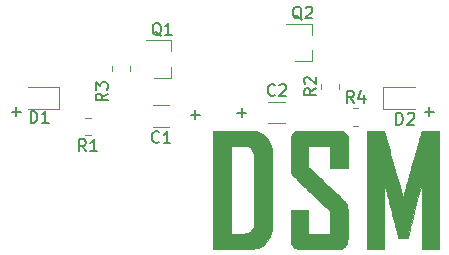
<source format=gbr>
%TF.GenerationSoftware,KiCad,Pcbnew,(5.99.0-9526-g5c17ff0595)*%
%TF.CreationDate,2021-09-22T22:50:55-05:00*%
%TF.ProjectId,SecDSM_Learn,53656344-534d-45f4-9c65-61726e2e6b69,rev?*%
%TF.SameCoordinates,Original*%
%TF.FileFunction,Legend,Top*%
%TF.FilePolarity,Positive*%
%FSLAX46Y46*%
G04 Gerber Fmt 4.6, Leading zero omitted, Abs format (unit mm)*
G04 Created by KiCad (PCBNEW (5.99.0-9526-g5c17ff0595)) date 2021-09-22 22:50:55*
%MOMM*%
%LPD*%
G01*
G04 APERTURE LIST*
%ADD10C,0.150000*%
%ADD11C,0.120000*%
%ADD12C,0.010000*%
G04 APERTURE END LIST*
D10*
X142044047Y-87246428D02*
X142805952Y-87246428D01*
X142425000Y-87627380D02*
X142425000Y-86865476D01*
X138119047Y-87421428D02*
X138880952Y-87421428D01*
X138500000Y-87802380D02*
X138500000Y-87040476D01*
X122944047Y-87146428D02*
X123705952Y-87146428D01*
X123325000Y-87527380D02*
X123325000Y-86765476D01*
X157919047Y-87171428D02*
X158680952Y-87171428D01*
X158300000Y-87552380D02*
X158300000Y-86790476D01*
%TO.C,R4*%
X151920833Y-86402380D02*
X151587500Y-85926190D01*
X151349404Y-86402380D02*
X151349404Y-85402380D01*
X151730357Y-85402380D01*
X151825595Y-85450000D01*
X151873214Y-85497619D01*
X151920833Y-85592857D01*
X151920833Y-85735714D01*
X151873214Y-85830952D01*
X151825595Y-85878571D01*
X151730357Y-85926190D01*
X151349404Y-85926190D01*
X152777976Y-85735714D02*
X152777976Y-86402380D01*
X152539880Y-85354761D02*
X152301785Y-86069047D01*
X152920833Y-86069047D01*
%TO.C,R3*%
X131077380Y-85616666D02*
X130601190Y-85950000D01*
X131077380Y-86188095D02*
X130077380Y-86188095D01*
X130077380Y-85807142D01*
X130125000Y-85711904D01*
X130172619Y-85664285D01*
X130267857Y-85616666D01*
X130410714Y-85616666D01*
X130505952Y-85664285D01*
X130553571Y-85711904D01*
X130601190Y-85807142D01*
X130601190Y-86188095D01*
X130077380Y-85283333D02*
X130077380Y-84664285D01*
X130458333Y-84997619D01*
X130458333Y-84854761D01*
X130505952Y-84759523D01*
X130553571Y-84711904D01*
X130648809Y-84664285D01*
X130886904Y-84664285D01*
X130982142Y-84711904D01*
X131029761Y-84759523D01*
X131077380Y-84854761D01*
X131077380Y-85140476D01*
X131029761Y-85235714D01*
X130982142Y-85283333D01*
%TO.C,R2*%
X148702380Y-85179166D02*
X148226190Y-85512500D01*
X148702380Y-85750595D02*
X147702380Y-85750595D01*
X147702380Y-85369642D01*
X147750000Y-85274404D01*
X147797619Y-85226785D01*
X147892857Y-85179166D01*
X148035714Y-85179166D01*
X148130952Y-85226785D01*
X148178571Y-85274404D01*
X148226190Y-85369642D01*
X148226190Y-85750595D01*
X147797619Y-84798214D02*
X147750000Y-84750595D01*
X147702380Y-84655357D01*
X147702380Y-84417261D01*
X147750000Y-84322023D01*
X147797619Y-84274404D01*
X147892857Y-84226785D01*
X147988095Y-84226785D01*
X148130952Y-84274404D01*
X148702380Y-84845833D01*
X148702380Y-84226785D01*
%TO.C,R1*%
X129233333Y-90502380D02*
X128900000Y-90026190D01*
X128661904Y-90502380D02*
X128661904Y-89502380D01*
X129042857Y-89502380D01*
X129138095Y-89550000D01*
X129185714Y-89597619D01*
X129233333Y-89692857D01*
X129233333Y-89835714D01*
X129185714Y-89930952D01*
X129138095Y-89978571D01*
X129042857Y-90026190D01*
X128661904Y-90026190D01*
X130185714Y-90502380D02*
X129614285Y-90502380D01*
X129900000Y-90502380D02*
X129900000Y-89502380D01*
X129804761Y-89645238D01*
X129709523Y-89740476D01*
X129614285Y-89788095D01*
%TO.C,Q2*%
X147504761Y-79347619D02*
X147409523Y-79300000D01*
X147314285Y-79204761D01*
X147171428Y-79061904D01*
X147076190Y-79014285D01*
X146980952Y-79014285D01*
X147028571Y-79252380D02*
X146933333Y-79204761D01*
X146838095Y-79109523D01*
X146790476Y-78919047D01*
X146790476Y-78585714D01*
X146838095Y-78395238D01*
X146933333Y-78300000D01*
X147028571Y-78252380D01*
X147219047Y-78252380D01*
X147314285Y-78300000D01*
X147409523Y-78395238D01*
X147457142Y-78585714D01*
X147457142Y-78919047D01*
X147409523Y-79109523D01*
X147314285Y-79204761D01*
X147219047Y-79252380D01*
X147028571Y-79252380D01*
X147838095Y-78347619D02*
X147885714Y-78300000D01*
X147980952Y-78252380D01*
X148219047Y-78252380D01*
X148314285Y-78300000D01*
X148361904Y-78347619D01*
X148409523Y-78442857D01*
X148409523Y-78538095D01*
X148361904Y-78680952D01*
X147790476Y-79252380D01*
X148409523Y-79252380D01*
%TO.C,Q1*%
X135604761Y-80747619D02*
X135509523Y-80700000D01*
X135414285Y-80604761D01*
X135271428Y-80461904D01*
X135176190Y-80414285D01*
X135080952Y-80414285D01*
X135128571Y-80652380D02*
X135033333Y-80604761D01*
X134938095Y-80509523D01*
X134890476Y-80319047D01*
X134890476Y-79985714D01*
X134938095Y-79795238D01*
X135033333Y-79700000D01*
X135128571Y-79652380D01*
X135319047Y-79652380D01*
X135414285Y-79700000D01*
X135509523Y-79795238D01*
X135557142Y-79985714D01*
X135557142Y-80319047D01*
X135509523Y-80509523D01*
X135414285Y-80604761D01*
X135319047Y-80652380D01*
X135128571Y-80652380D01*
X136509523Y-80652380D02*
X135938095Y-80652380D01*
X136223809Y-80652380D02*
X136223809Y-79652380D01*
X136128571Y-79795238D01*
X136033333Y-79890476D01*
X135938095Y-79938095D01*
%TO.C,D2*%
X155511904Y-88252380D02*
X155511904Y-87252380D01*
X155750000Y-87252380D01*
X155892857Y-87300000D01*
X155988095Y-87395238D01*
X156035714Y-87490476D01*
X156083333Y-87680952D01*
X156083333Y-87823809D01*
X156035714Y-88014285D01*
X155988095Y-88109523D01*
X155892857Y-88204761D01*
X155750000Y-88252380D01*
X155511904Y-88252380D01*
X156464285Y-87347619D02*
X156511904Y-87300000D01*
X156607142Y-87252380D01*
X156845238Y-87252380D01*
X156940476Y-87300000D01*
X156988095Y-87347619D01*
X157035714Y-87442857D01*
X157035714Y-87538095D01*
X156988095Y-87680952D01*
X156416666Y-88252380D01*
X157035714Y-88252380D01*
%TO.C,D1*%
X124561904Y-88102380D02*
X124561904Y-87102380D01*
X124800000Y-87102380D01*
X124942857Y-87150000D01*
X125038095Y-87245238D01*
X125085714Y-87340476D01*
X125133333Y-87530952D01*
X125133333Y-87673809D01*
X125085714Y-87864285D01*
X125038095Y-87959523D01*
X124942857Y-88054761D01*
X124800000Y-88102380D01*
X124561904Y-88102380D01*
X126085714Y-88102380D02*
X125514285Y-88102380D01*
X125800000Y-88102380D02*
X125800000Y-87102380D01*
X125704761Y-87245238D01*
X125609523Y-87340476D01*
X125514285Y-87388095D01*
%TO.C,C2*%
X145233333Y-85707142D02*
X145185714Y-85754761D01*
X145042857Y-85802380D01*
X144947619Y-85802380D01*
X144804761Y-85754761D01*
X144709523Y-85659523D01*
X144661904Y-85564285D01*
X144614285Y-85373809D01*
X144614285Y-85230952D01*
X144661904Y-85040476D01*
X144709523Y-84945238D01*
X144804761Y-84850000D01*
X144947619Y-84802380D01*
X145042857Y-84802380D01*
X145185714Y-84850000D01*
X145233333Y-84897619D01*
X145614285Y-84897619D02*
X145661904Y-84850000D01*
X145757142Y-84802380D01*
X145995238Y-84802380D01*
X146090476Y-84850000D01*
X146138095Y-84897619D01*
X146185714Y-84992857D01*
X146185714Y-85088095D01*
X146138095Y-85230952D01*
X145566666Y-85802380D01*
X146185714Y-85802380D01*
%TO.C,C1*%
X135433333Y-89707142D02*
X135385714Y-89754761D01*
X135242857Y-89802380D01*
X135147619Y-89802380D01*
X135004761Y-89754761D01*
X134909523Y-89659523D01*
X134861904Y-89564285D01*
X134814285Y-89373809D01*
X134814285Y-89230952D01*
X134861904Y-89040476D01*
X134909523Y-88945238D01*
X135004761Y-88850000D01*
X135147619Y-88802380D01*
X135242857Y-88802380D01*
X135385714Y-88850000D01*
X135433333Y-88897619D01*
X136385714Y-89802380D02*
X135814285Y-89802380D01*
X136100000Y-89802380D02*
X136100000Y-88802380D01*
X136004761Y-88945238D01*
X135909523Y-89040476D01*
X135814285Y-89088095D01*
D11*
%TO.C,R4*%
X151860436Y-88335000D02*
X152314564Y-88335000D01*
X151860436Y-86865000D02*
X152314564Y-86865000D01*
%TO.C,R3*%
X132935000Y-83739564D02*
X132935000Y-83285436D01*
X131465000Y-83739564D02*
X131465000Y-83285436D01*
%TO.C,R2*%
X150635000Y-85239564D02*
X150635000Y-84785436D01*
X149165000Y-85239564D02*
X149165000Y-84785436D01*
%TO.C,R1*%
X129627064Y-87665000D02*
X129172936Y-87665000D01*
X129627064Y-89135000D02*
X129172936Y-89135000D01*
%TO.C,Q2*%
X148360000Y-82880000D02*
X146900000Y-82880000D01*
X148360000Y-79720000D02*
X146200000Y-79720000D01*
X148360000Y-79720000D02*
X148360000Y-80650000D01*
X148360000Y-82880000D02*
X148360000Y-81950000D01*
%TO.C,Q1*%
X136460000Y-84280000D02*
X135000000Y-84280000D01*
X136460000Y-81120000D02*
X134300000Y-81120000D01*
X136460000Y-81120000D02*
X136460000Y-82050000D01*
X136460000Y-84280000D02*
X136460000Y-83350000D01*
%TO.C,D2*%
X154415000Y-86960000D02*
X157100000Y-86960000D01*
X154415000Y-85040000D02*
X154415000Y-86960000D01*
X157100000Y-85040000D02*
X154415000Y-85040000D01*
%TO.C,D1*%
X126985000Y-85040000D02*
X124300000Y-85040000D01*
X126985000Y-86960000D02*
X126985000Y-85040000D01*
X124300000Y-86960000D02*
X126985000Y-86960000D01*
%TO.C,C2*%
X144688748Y-88110000D02*
X146111252Y-88110000D01*
X144688748Y-86290000D02*
X146111252Y-86290000D01*
%TO.C,C1*%
X136311252Y-86590000D02*
X134888748Y-86590000D01*
X136311252Y-88410000D02*
X134888748Y-88410000D01*
D12*
%TO.C,G\u002A\u002A\u002A*%
X141727291Y-88758031D02*
X143489416Y-88764369D01*
X143489416Y-88764369D02*
X143679916Y-88822823D01*
X143679916Y-88822823D02*
X143953259Y-88925860D01*
X143953259Y-88925860D02*
X144195814Y-89057556D01*
X144195814Y-89057556D02*
X144407125Y-89217445D01*
X144407125Y-89217445D02*
X144586735Y-89405060D01*
X144586735Y-89405060D02*
X144734185Y-89619935D01*
X144734185Y-89619935D02*
X144849018Y-89861603D01*
X144849018Y-89861603D02*
X144921088Y-90089509D01*
X144921088Y-90089509D02*
X144971083Y-90287883D01*
X144971083Y-90287883D02*
X144971083Y-93748633D01*
X144971083Y-93748633D02*
X144971060Y-94199151D01*
X144971060Y-94199151D02*
X144970976Y-94609327D01*
X144970976Y-94609327D02*
X144970813Y-94981154D01*
X144970813Y-94981154D02*
X144970549Y-95316623D01*
X144970549Y-95316623D02*
X144970166Y-95617726D01*
X144970166Y-95617726D02*
X144969642Y-95886456D01*
X144969642Y-95886456D02*
X144968958Y-96124804D01*
X144968958Y-96124804D02*
X144968093Y-96334762D01*
X144968093Y-96334762D02*
X144967028Y-96518322D01*
X144967028Y-96518322D02*
X144965742Y-96677476D01*
X144965742Y-96677476D02*
X144964216Y-96814215D01*
X144964216Y-96814215D02*
X144962430Y-96930533D01*
X144962430Y-96930533D02*
X144960362Y-97028420D01*
X144960362Y-97028420D02*
X144957994Y-97109868D01*
X144957994Y-97109868D02*
X144955305Y-97176870D01*
X144955305Y-97176870D02*
X144952276Y-97231417D01*
X144952276Y-97231417D02*
X144948885Y-97275502D01*
X144948885Y-97275502D02*
X144945113Y-97311115D01*
X144945113Y-97311115D02*
X144940941Y-97340250D01*
X144940941Y-97340250D02*
X144936347Y-97364898D01*
X144936347Y-97364898D02*
X144934579Y-97373088D01*
X144934579Y-97373088D02*
X144855761Y-97642626D01*
X144855761Y-97642626D02*
X144745618Y-97884008D01*
X144745618Y-97884008D02*
X144603710Y-98098031D01*
X144603710Y-98098031D02*
X144433013Y-98282351D01*
X144433013Y-98282351D02*
X144291306Y-98401941D01*
X144291306Y-98401941D02*
X144146350Y-98499840D01*
X144146350Y-98499840D02*
X143988268Y-98581160D01*
X143988268Y-98581160D02*
X143807185Y-98651016D01*
X143807185Y-98651016D02*
X143603715Y-98711722D01*
X143603715Y-98711722D02*
X143404750Y-98765026D01*
X143404750Y-98765026D02*
X141684958Y-98765079D01*
X141684958Y-98765079D02*
X139965166Y-98765133D01*
X139965166Y-98765133D02*
X139965166Y-97473966D01*
X139965166Y-97473966D02*
X141489166Y-97473966D01*
X141489166Y-97473966D02*
X142123074Y-97473966D01*
X142123074Y-97473966D02*
X142304245Y-97473857D01*
X142304245Y-97473857D02*
X142448789Y-97473277D01*
X142448789Y-97473277D02*
X142562412Y-97471847D01*
X142562412Y-97471847D02*
X142650820Y-97469190D01*
X142650820Y-97469190D02*
X142719720Y-97464927D01*
X142719720Y-97464927D02*
X142774818Y-97458679D01*
X142774818Y-97458679D02*
X142821819Y-97450067D01*
X142821819Y-97450067D02*
X142866431Y-97438714D01*
X142866431Y-97438714D02*
X142914358Y-97424241D01*
X142914358Y-97424241D02*
X142925457Y-97420745D01*
X142925457Y-97420745D02*
X143090390Y-97350327D01*
X143090390Y-97350327D02*
X143224356Y-97252021D01*
X143224356Y-97252021D02*
X143330244Y-97123348D01*
X143330244Y-97123348D02*
X143382010Y-97029466D01*
X143382010Y-97029466D02*
X143447083Y-96891883D01*
X143447083Y-96891883D02*
X143458223Y-90691933D01*
X143458223Y-90691933D02*
X143413521Y-90557605D01*
X143413521Y-90557605D02*
X143340052Y-90395310D01*
X143340052Y-90395310D02*
X143237461Y-90263651D01*
X143237461Y-90263651D02*
X143104850Y-90161710D01*
X143104850Y-90161710D02*
X142960250Y-90095024D01*
X142960250Y-90095024D02*
X142925041Y-90084379D01*
X142925041Y-90084379D02*
X142882714Y-90075728D01*
X142882714Y-90075728D02*
X142828342Y-90068786D01*
X142828342Y-90068786D02*
X142757001Y-90063266D01*
X142757001Y-90063266D02*
X142663765Y-90058885D01*
X142663765Y-90058885D02*
X142543709Y-90055355D01*
X142543709Y-90055355D02*
X142391907Y-90052392D01*
X142391907Y-90052392D02*
X142203433Y-90049710D01*
X142203433Y-90049710D02*
X142171791Y-90049315D01*
X142171791Y-90049315D02*
X141489166Y-90040920D01*
X141489166Y-90040920D02*
X141489166Y-97473966D01*
X141489166Y-97473966D02*
X139965166Y-97473966D01*
X139965166Y-97473966D02*
X139965166Y-88751694D01*
X139965166Y-88751694D02*
X141727291Y-88758031D01*
X141727291Y-88758031D02*
X141727291Y-88758031D01*
G36*
X141727291Y-88758031D02*
G01*
X143489416Y-88764369D01*
X143679916Y-88822823D01*
X143953259Y-88925860D01*
X144195814Y-89057556D01*
X144407125Y-89217445D01*
X144586735Y-89405060D01*
X144734185Y-89619935D01*
X144849018Y-89861603D01*
X144921088Y-90089509D01*
X144971083Y-90287883D01*
X144971083Y-93748633D01*
X144971060Y-94199151D01*
X144970976Y-94609327D01*
X144970813Y-94981154D01*
X144970549Y-95316623D01*
X144970166Y-95617726D01*
X144969642Y-95886456D01*
X144968958Y-96124804D01*
X144968093Y-96334762D01*
X144967028Y-96518322D01*
X144965742Y-96677476D01*
X144964216Y-96814215D01*
X144962430Y-96930533D01*
X144960362Y-97028420D01*
X144957994Y-97109868D01*
X144955305Y-97176870D01*
X144952276Y-97231417D01*
X144948885Y-97275502D01*
X144945113Y-97311115D01*
X144940941Y-97340250D01*
X144936347Y-97364898D01*
X144934579Y-97373088D01*
X144855761Y-97642626D01*
X144745618Y-97884008D01*
X144603710Y-98098031D01*
X144433013Y-98282351D01*
X144291306Y-98401941D01*
X144146350Y-98499840D01*
X143988268Y-98581160D01*
X143807185Y-98651016D01*
X143603715Y-98711722D01*
X143404750Y-98765026D01*
X141684958Y-98765079D01*
X139965166Y-98765133D01*
X139965166Y-90040920D01*
X141489166Y-90040920D01*
X141489166Y-97473966D01*
X142123074Y-97473966D01*
X142304245Y-97473857D01*
X142448789Y-97473277D01*
X142562412Y-97471847D01*
X142650820Y-97469190D01*
X142719720Y-97464927D01*
X142774818Y-97458679D01*
X142821819Y-97450067D01*
X142866431Y-97438714D01*
X142914358Y-97424241D01*
X142925457Y-97420745D01*
X143090390Y-97350327D01*
X143224356Y-97252021D01*
X143330244Y-97123348D01*
X143382010Y-97029466D01*
X143447083Y-96891883D01*
X143458223Y-90691933D01*
X143413521Y-90557605D01*
X143340052Y-90395310D01*
X143237461Y-90263651D01*
X143104850Y-90161710D01*
X142960250Y-90095024D01*
X142925041Y-90084379D01*
X142882714Y-90075728D01*
X142828342Y-90068786D01*
X142757001Y-90063266D01*
X142663765Y-90058885D01*
X142543709Y-90055355D01*
X142391907Y-90052392D01*
X142203433Y-90049710D01*
X142171791Y-90049315D01*
X141489166Y-90040920D01*
X139965166Y-90040920D01*
X139965166Y-88751694D01*
X141727291Y-88758031D01*
G37*
X141727291Y-88758031D02*
X143489416Y-88764369D01*
X143679916Y-88822823D01*
X143953259Y-88925860D01*
X144195814Y-89057556D01*
X144407125Y-89217445D01*
X144586735Y-89405060D01*
X144734185Y-89619935D01*
X144849018Y-89861603D01*
X144921088Y-90089509D01*
X144971083Y-90287883D01*
X144971083Y-93748633D01*
X144971060Y-94199151D01*
X144970976Y-94609327D01*
X144970813Y-94981154D01*
X144970549Y-95316623D01*
X144970166Y-95617726D01*
X144969642Y-95886456D01*
X144968958Y-96124804D01*
X144968093Y-96334762D01*
X144967028Y-96518322D01*
X144965742Y-96677476D01*
X144964216Y-96814215D01*
X144962430Y-96930533D01*
X144960362Y-97028420D01*
X144957994Y-97109868D01*
X144955305Y-97176870D01*
X144952276Y-97231417D01*
X144948885Y-97275502D01*
X144945113Y-97311115D01*
X144940941Y-97340250D01*
X144936347Y-97364898D01*
X144934579Y-97373088D01*
X144855761Y-97642626D01*
X144745618Y-97884008D01*
X144603710Y-98098031D01*
X144433013Y-98282351D01*
X144291306Y-98401941D01*
X144146350Y-98499840D01*
X143988268Y-98581160D01*
X143807185Y-98651016D01*
X143603715Y-98711722D01*
X143404750Y-98765026D01*
X141684958Y-98765079D01*
X139965166Y-98765133D01*
X139965166Y-90040920D01*
X141489166Y-90040920D01*
X141489166Y-97473966D01*
X142123074Y-97473966D01*
X142304245Y-97473857D01*
X142448789Y-97473277D01*
X142562412Y-97471847D01*
X142650820Y-97469190D01*
X142719720Y-97464927D01*
X142774818Y-97458679D01*
X142821819Y-97450067D01*
X142866431Y-97438714D01*
X142914358Y-97424241D01*
X142925457Y-97420745D01*
X143090390Y-97350327D01*
X143224356Y-97252021D01*
X143330244Y-97123348D01*
X143382010Y-97029466D01*
X143447083Y-96891883D01*
X143458223Y-90691933D01*
X143413521Y-90557605D01*
X143340052Y-90395310D01*
X143237461Y-90263651D01*
X143104850Y-90161710D01*
X142960250Y-90095024D01*
X142925041Y-90084379D01*
X142882714Y-90075728D01*
X142828342Y-90068786D01*
X142757001Y-90063266D01*
X142663765Y-90058885D01*
X142543709Y-90055355D01*
X142391907Y-90052392D01*
X142203433Y-90049710D01*
X142171791Y-90049315D01*
X141489166Y-90040920D01*
X139965166Y-90040920D01*
X139965166Y-88751694D01*
X141727291Y-88758031D01*
X148905153Y-88753298D02*
X148973195Y-88753300D01*
X148973195Y-88753300D02*
X149293576Y-88753327D01*
X149293576Y-88753327D02*
X149574459Y-88753452D01*
X149574459Y-88753452D02*
X149818680Y-88753733D01*
X149818680Y-88753733D02*
X150029075Y-88754234D01*
X150029075Y-88754234D02*
X150208478Y-88755014D01*
X150208478Y-88755014D02*
X150359727Y-88756134D01*
X150359727Y-88756134D02*
X150485655Y-88757656D01*
X150485655Y-88757656D02*
X150589099Y-88759641D01*
X150589099Y-88759641D02*
X150672895Y-88762150D01*
X150672895Y-88762150D02*
X150739877Y-88765243D01*
X150739877Y-88765243D02*
X150792883Y-88768982D01*
X150792883Y-88768982D02*
X150834746Y-88773428D01*
X150834746Y-88773428D02*
X150868303Y-88778642D01*
X150868303Y-88778642D02*
X150896389Y-88784685D01*
X150896389Y-88784685D02*
X150921841Y-88791617D01*
X150921841Y-88791617D02*
X150934751Y-88795525D01*
X150934751Y-88795525D02*
X151083095Y-88861047D01*
X151083095Y-88861047D02*
X151203388Y-88957924D01*
X151203388Y-88957924D02*
X151297229Y-89087568D01*
X151297229Y-89087568D02*
X151322931Y-89138359D01*
X151322931Y-89138359D02*
X151384583Y-89271883D01*
X151384583Y-89271883D02*
X151396967Y-91907133D01*
X151396967Y-91907133D02*
X149892333Y-91907133D01*
X149892333Y-91907133D02*
X149892333Y-90023300D01*
X149892333Y-90023300D02*
X148072000Y-90023300D01*
X148072000Y-90023300D02*
X148075364Y-91833050D01*
X148075364Y-91833050D02*
X148460209Y-92192883D01*
X148460209Y-92192883D02*
X148705390Y-92422332D01*
X148705390Y-92422332D02*
X148949943Y-92651582D01*
X148949943Y-92651582D02*
X149191804Y-92878677D01*
X149191804Y-92878677D02*
X149428910Y-93101662D01*
X149428910Y-93101662D02*
X149659198Y-93318583D01*
X149659198Y-93318583D02*
X149880605Y-93527483D01*
X149880605Y-93527483D02*
X150091068Y-93726407D01*
X150091068Y-93726407D02*
X150288523Y-93913401D01*
X150288523Y-93913401D02*
X150470907Y-94086508D01*
X150470907Y-94086508D02*
X150636158Y-94243774D01*
X150636158Y-94243774D02*
X150782211Y-94383243D01*
X150782211Y-94383243D02*
X150907004Y-94502960D01*
X150907004Y-94502960D02*
X151008474Y-94600970D01*
X151008474Y-94600970D02*
X151084557Y-94675317D01*
X151084557Y-94675317D02*
X151133190Y-94724045D01*
X151133190Y-94724045D02*
X151149581Y-94741613D01*
X151149581Y-94741613D02*
X151207416Y-94819384D01*
X151207416Y-94819384D02*
X151262151Y-94908489D01*
X151262151Y-94908489D02*
X151284284Y-94951718D01*
X151284284Y-94951718D02*
X151305602Y-94998237D01*
X151305602Y-94998237D02*
X151323982Y-95041087D01*
X151323982Y-95041087D02*
X151339642Y-95083660D01*
X151339642Y-95083660D02*
X151352800Y-95129347D01*
X151352800Y-95129347D02*
X151363674Y-95181540D01*
X151363674Y-95181540D02*
X151372482Y-95243631D01*
X151372482Y-95243631D02*
X151379442Y-95319011D01*
X151379442Y-95319011D02*
X151384772Y-95411072D01*
X151384772Y-95411072D02*
X151388690Y-95523206D01*
X151388690Y-95523206D02*
X151391415Y-95658804D01*
X151391415Y-95658804D02*
X151393164Y-95821258D01*
X151393164Y-95821258D02*
X151394156Y-96013960D01*
X151394156Y-96013960D02*
X151394609Y-96240301D01*
X151394609Y-96240301D02*
X151394740Y-96503672D01*
X151394740Y-96503672D02*
X151394755Y-96669633D01*
X151394755Y-96669633D02*
X151394416Y-96970304D01*
X151394416Y-96970304D02*
X151393378Y-97243045D01*
X151393378Y-97243045D02*
X151391668Y-97485882D01*
X151391668Y-97485882D02*
X151389315Y-97696836D01*
X151389315Y-97696836D02*
X151386349Y-97873934D01*
X151386349Y-97873934D02*
X151382798Y-98015198D01*
X151382798Y-98015198D02*
X151378691Y-98118652D01*
X151378691Y-98118652D02*
X151374056Y-98182321D01*
X151374056Y-98182321D02*
X151372628Y-98192995D01*
X151372628Y-98192995D02*
X151337381Y-98329575D01*
X151337381Y-98329575D02*
X151280608Y-98454960D01*
X151280608Y-98454960D02*
X151208606Y-98556564D01*
X151208606Y-98556564D02*
X151173891Y-98590350D01*
X151173891Y-98590350D02*
X151117696Y-98630356D01*
X151117696Y-98630356D02*
X151042707Y-98674448D01*
X151042707Y-98674448D02*
X150993000Y-98699724D01*
X150993000Y-98699724D02*
X150876583Y-98754550D01*
X150876583Y-98754550D02*
X149003333Y-98758758D01*
X149003333Y-98758758D02*
X148671161Y-98759418D01*
X148671161Y-98759418D02*
X148378723Y-98759791D01*
X148378723Y-98759791D02*
X148123420Y-98759840D01*
X148123420Y-98759840D02*
X147902656Y-98759532D01*
X147902656Y-98759532D02*
X147713831Y-98758832D01*
X147713831Y-98758832D02*
X147554346Y-98757705D01*
X147554346Y-98757705D02*
X147421604Y-98756115D01*
X147421604Y-98756115D02*
X147313006Y-98754029D01*
X147313006Y-98754029D02*
X147225954Y-98751411D01*
X147225954Y-98751411D02*
X147157850Y-98748227D01*
X147157850Y-98748227D02*
X147106095Y-98744442D01*
X147106095Y-98744442D02*
X147068090Y-98740020D01*
X147068090Y-98740020D02*
X147041238Y-98734928D01*
X147041238Y-98734928D02*
X147031936Y-98732357D01*
X147031936Y-98732357D02*
X146880484Y-98664399D01*
X146880484Y-98664399D02*
X146755550Y-98563470D01*
X146755550Y-98563470D02*
X146657754Y-98430073D01*
X146657754Y-98430073D02*
X146655047Y-98425215D01*
X146655047Y-98425215D02*
X146579750Y-98288883D01*
X146579750Y-98288883D02*
X146573744Y-96876008D01*
X146573744Y-96876008D02*
X146567739Y-95463133D01*
X146567739Y-95463133D02*
X148072000Y-95463133D01*
X148072000Y-95463133D02*
X148072000Y-97495133D01*
X148072000Y-97495133D02*
X149892333Y-97495133D01*
X149892333Y-97495133D02*
X149892333Y-95554883D01*
X149892333Y-95554883D02*
X148606821Y-94339550D01*
X148606821Y-94339550D02*
X148325853Y-94073801D01*
X148325853Y-94073801D02*
X148074084Y-93835364D01*
X148074084Y-93835364D02*
X147849844Y-93622579D01*
X147849844Y-93622579D02*
X147651464Y-93433784D01*
X147651464Y-93433784D02*
X147477275Y-93267320D01*
X147477275Y-93267320D02*
X147325608Y-93121528D01*
X147325608Y-93121528D02*
X147194795Y-92994746D01*
X147194795Y-92994746D02*
X147083167Y-92885315D01*
X147083167Y-92885315D02*
X146989054Y-92791576D01*
X146989054Y-92791576D02*
X146910788Y-92711867D01*
X146910788Y-92711867D02*
X146846699Y-92644528D01*
X146846699Y-92644528D02*
X146795119Y-92587901D01*
X146795119Y-92587901D02*
X146754379Y-92540324D01*
X146754379Y-92540324D02*
X146722810Y-92500138D01*
X146722810Y-92500138D02*
X146698742Y-92465682D01*
X146698742Y-92465682D02*
X146680508Y-92435297D01*
X146680508Y-92435297D02*
X146668323Y-92411375D01*
X146668323Y-92411375D02*
X146632770Y-92326232D01*
X146632770Y-92326232D02*
X146602454Y-92237054D01*
X146602454Y-92237054D02*
X146589722Y-92188673D01*
X146589722Y-92188673D02*
X146584834Y-92142985D01*
X146584834Y-92142985D02*
X146580749Y-92055738D01*
X146580749Y-92055738D02*
X146577476Y-91927700D01*
X146577476Y-91927700D02*
X146575022Y-91759638D01*
X146575022Y-91759638D02*
X146573395Y-91552320D01*
X146573395Y-91552320D02*
X146572604Y-91306512D01*
X146572604Y-91306512D02*
X146572656Y-91022982D01*
X146572656Y-91022982D02*
X146573560Y-90702497D01*
X146573560Y-90702497D02*
X146573742Y-90657847D01*
X146573742Y-90657847D02*
X146579750Y-89229550D01*
X146579750Y-89229550D02*
X146655047Y-89093217D01*
X146655047Y-89093217D02*
X146728621Y-88982051D01*
X146728621Y-88982051D02*
X146812406Y-88900984D01*
X146812406Y-88900984D02*
X146831643Y-88887077D01*
X146831643Y-88887077D02*
X146864349Y-88864366D01*
X146864349Y-88864366D02*
X146894292Y-88844380D01*
X146894292Y-88844380D02*
X146924254Y-88826944D01*
X146924254Y-88826944D02*
X146957021Y-88811886D01*
X146957021Y-88811886D02*
X146995378Y-88799031D01*
X146995378Y-88799031D02*
X147042107Y-88788205D01*
X147042107Y-88788205D02*
X147099995Y-88779235D01*
X147099995Y-88779235D02*
X147171825Y-88771945D01*
X147171825Y-88771945D02*
X147260382Y-88766163D01*
X147260382Y-88766163D02*
X147368451Y-88761714D01*
X147368451Y-88761714D02*
X147498816Y-88758425D01*
X147498816Y-88758425D02*
X147654262Y-88756122D01*
X147654262Y-88756122D02*
X147837572Y-88754629D01*
X147837572Y-88754629D02*
X148051532Y-88753775D01*
X148051532Y-88753775D02*
X148298926Y-88753384D01*
X148298926Y-88753384D02*
X148582538Y-88753283D01*
X148582538Y-88753283D02*
X148905153Y-88753298D01*
X148905153Y-88753298D02*
X148905153Y-88753298D01*
G36*
X148905153Y-88753298D02*
G01*
X148973195Y-88753300D01*
X149293576Y-88753327D01*
X149574459Y-88753452D01*
X149818680Y-88753733D01*
X150029075Y-88754234D01*
X150208478Y-88755014D01*
X150359727Y-88756134D01*
X150485655Y-88757656D01*
X150589099Y-88759641D01*
X150672895Y-88762150D01*
X150739877Y-88765243D01*
X150792883Y-88768982D01*
X150834746Y-88773428D01*
X150868303Y-88778642D01*
X150896389Y-88784685D01*
X150921841Y-88791617D01*
X150934751Y-88795525D01*
X151083095Y-88861047D01*
X151203388Y-88957924D01*
X151297229Y-89087568D01*
X151322931Y-89138359D01*
X151384583Y-89271883D01*
X151396967Y-91907133D01*
X149892333Y-91907133D01*
X149892333Y-90023300D01*
X148072000Y-90023300D01*
X148075364Y-91833050D01*
X148460209Y-92192883D01*
X148705390Y-92422332D01*
X148949943Y-92651582D01*
X149191804Y-92878677D01*
X149428910Y-93101662D01*
X149659198Y-93318583D01*
X149880605Y-93527483D01*
X150091068Y-93726407D01*
X150288523Y-93913401D01*
X150470907Y-94086508D01*
X150636158Y-94243774D01*
X150782211Y-94383243D01*
X150907004Y-94502960D01*
X151008474Y-94600970D01*
X151084557Y-94675317D01*
X151133190Y-94724045D01*
X151149581Y-94741613D01*
X151207416Y-94819384D01*
X151262151Y-94908489D01*
X151284284Y-94951718D01*
X151305602Y-94998237D01*
X151323982Y-95041087D01*
X151339642Y-95083660D01*
X151352800Y-95129347D01*
X151363674Y-95181540D01*
X151372482Y-95243631D01*
X151379442Y-95319011D01*
X151384772Y-95411072D01*
X151388690Y-95523206D01*
X151391415Y-95658804D01*
X151393164Y-95821258D01*
X151394156Y-96013960D01*
X151394609Y-96240301D01*
X151394740Y-96503672D01*
X151394755Y-96669633D01*
X151394416Y-96970304D01*
X151393378Y-97243045D01*
X151391668Y-97485882D01*
X151389315Y-97696836D01*
X151386349Y-97873934D01*
X151382798Y-98015198D01*
X151378691Y-98118652D01*
X151374056Y-98182321D01*
X151372628Y-98192995D01*
X151337381Y-98329575D01*
X151280608Y-98454960D01*
X151208606Y-98556564D01*
X151173891Y-98590350D01*
X151117696Y-98630356D01*
X151042707Y-98674448D01*
X150993000Y-98699724D01*
X150876583Y-98754550D01*
X149003333Y-98758758D01*
X148671161Y-98759418D01*
X148378723Y-98759791D01*
X148123420Y-98759840D01*
X147902656Y-98759532D01*
X147713831Y-98758832D01*
X147554346Y-98757705D01*
X147421604Y-98756115D01*
X147313006Y-98754029D01*
X147225954Y-98751411D01*
X147157850Y-98748227D01*
X147106095Y-98744442D01*
X147068090Y-98740020D01*
X147041238Y-98734928D01*
X147031936Y-98732357D01*
X146880484Y-98664399D01*
X146755550Y-98563470D01*
X146657754Y-98430073D01*
X146655047Y-98425215D01*
X146579750Y-98288883D01*
X146573744Y-96876008D01*
X146567739Y-95463133D01*
X148072000Y-95463133D01*
X148072000Y-97495133D01*
X149892333Y-97495133D01*
X149892333Y-95554883D01*
X148606821Y-94339550D01*
X148325853Y-94073801D01*
X148074084Y-93835364D01*
X147849844Y-93622579D01*
X147651464Y-93433784D01*
X147477275Y-93267320D01*
X147325608Y-93121528D01*
X147194795Y-92994746D01*
X147083167Y-92885315D01*
X146989054Y-92791576D01*
X146910788Y-92711867D01*
X146846699Y-92644528D01*
X146795119Y-92587901D01*
X146754379Y-92540324D01*
X146722810Y-92500138D01*
X146698742Y-92465682D01*
X146680508Y-92435297D01*
X146668323Y-92411375D01*
X146632770Y-92326232D01*
X146602454Y-92237054D01*
X146589722Y-92188673D01*
X146584834Y-92142985D01*
X146580749Y-92055738D01*
X146577476Y-91927700D01*
X146575022Y-91759638D01*
X146573395Y-91552320D01*
X146572604Y-91306512D01*
X146572656Y-91022982D01*
X146573560Y-90702497D01*
X146573742Y-90657847D01*
X146579750Y-89229550D01*
X146655047Y-89093217D01*
X146728621Y-88982051D01*
X146812406Y-88900984D01*
X146831643Y-88887077D01*
X146864349Y-88864366D01*
X146894292Y-88844380D01*
X146924254Y-88826944D01*
X146957021Y-88811886D01*
X146995378Y-88799031D01*
X147042107Y-88788205D01*
X147099995Y-88779235D01*
X147171825Y-88771945D01*
X147260382Y-88766163D01*
X147368451Y-88761714D01*
X147498816Y-88758425D01*
X147654262Y-88756122D01*
X147837572Y-88754629D01*
X148051532Y-88753775D01*
X148298926Y-88753384D01*
X148582538Y-88753283D01*
X148905153Y-88753298D01*
G37*
X148905153Y-88753298D02*
X148973195Y-88753300D01*
X149293576Y-88753327D01*
X149574459Y-88753452D01*
X149818680Y-88753733D01*
X150029075Y-88754234D01*
X150208478Y-88755014D01*
X150359727Y-88756134D01*
X150485655Y-88757656D01*
X150589099Y-88759641D01*
X150672895Y-88762150D01*
X150739877Y-88765243D01*
X150792883Y-88768982D01*
X150834746Y-88773428D01*
X150868303Y-88778642D01*
X150896389Y-88784685D01*
X150921841Y-88791617D01*
X150934751Y-88795525D01*
X151083095Y-88861047D01*
X151203388Y-88957924D01*
X151297229Y-89087568D01*
X151322931Y-89138359D01*
X151384583Y-89271883D01*
X151396967Y-91907133D01*
X149892333Y-91907133D01*
X149892333Y-90023300D01*
X148072000Y-90023300D01*
X148075364Y-91833050D01*
X148460209Y-92192883D01*
X148705390Y-92422332D01*
X148949943Y-92651582D01*
X149191804Y-92878677D01*
X149428910Y-93101662D01*
X149659198Y-93318583D01*
X149880605Y-93527483D01*
X150091068Y-93726407D01*
X150288523Y-93913401D01*
X150470907Y-94086508D01*
X150636158Y-94243774D01*
X150782211Y-94383243D01*
X150907004Y-94502960D01*
X151008474Y-94600970D01*
X151084557Y-94675317D01*
X151133190Y-94724045D01*
X151149581Y-94741613D01*
X151207416Y-94819384D01*
X151262151Y-94908489D01*
X151284284Y-94951718D01*
X151305602Y-94998237D01*
X151323982Y-95041087D01*
X151339642Y-95083660D01*
X151352800Y-95129347D01*
X151363674Y-95181540D01*
X151372482Y-95243631D01*
X151379442Y-95319011D01*
X151384772Y-95411072D01*
X151388690Y-95523206D01*
X151391415Y-95658804D01*
X151393164Y-95821258D01*
X151394156Y-96013960D01*
X151394609Y-96240301D01*
X151394740Y-96503672D01*
X151394755Y-96669633D01*
X151394416Y-96970304D01*
X151393378Y-97243045D01*
X151391668Y-97485882D01*
X151389315Y-97696836D01*
X151386349Y-97873934D01*
X151382798Y-98015198D01*
X151378691Y-98118652D01*
X151374056Y-98182321D01*
X151372628Y-98192995D01*
X151337381Y-98329575D01*
X151280608Y-98454960D01*
X151208606Y-98556564D01*
X151173891Y-98590350D01*
X151117696Y-98630356D01*
X151042707Y-98674448D01*
X150993000Y-98699724D01*
X150876583Y-98754550D01*
X149003333Y-98758758D01*
X148671161Y-98759418D01*
X148378723Y-98759791D01*
X148123420Y-98759840D01*
X147902656Y-98759532D01*
X147713831Y-98758832D01*
X147554346Y-98757705D01*
X147421604Y-98756115D01*
X147313006Y-98754029D01*
X147225954Y-98751411D01*
X147157850Y-98748227D01*
X147106095Y-98744442D01*
X147068090Y-98740020D01*
X147041238Y-98734928D01*
X147031936Y-98732357D01*
X146880484Y-98664399D01*
X146755550Y-98563470D01*
X146657754Y-98430073D01*
X146655047Y-98425215D01*
X146579750Y-98288883D01*
X146573744Y-96876008D01*
X146567739Y-95463133D01*
X148072000Y-95463133D01*
X148072000Y-97495133D01*
X149892333Y-97495133D01*
X149892333Y-95554883D01*
X148606821Y-94339550D01*
X148325853Y-94073801D01*
X148074084Y-93835364D01*
X147849844Y-93622579D01*
X147651464Y-93433784D01*
X147477275Y-93267320D01*
X147325608Y-93121528D01*
X147194795Y-92994746D01*
X147083167Y-92885315D01*
X146989054Y-92791576D01*
X146910788Y-92711867D01*
X146846699Y-92644528D01*
X146795119Y-92587901D01*
X146754379Y-92540324D01*
X146722810Y-92500138D01*
X146698742Y-92465682D01*
X146680508Y-92435297D01*
X146668323Y-92411375D01*
X146632770Y-92326232D01*
X146602454Y-92237054D01*
X146589722Y-92188673D01*
X146584834Y-92142985D01*
X146580749Y-92055738D01*
X146577476Y-91927700D01*
X146575022Y-91759638D01*
X146573395Y-91552320D01*
X146572604Y-91306512D01*
X146572656Y-91022982D01*
X146573560Y-90702497D01*
X146573742Y-90657847D01*
X146579750Y-89229550D01*
X146655047Y-89093217D01*
X146728621Y-88982051D01*
X146812406Y-88900984D01*
X146831643Y-88887077D01*
X146864349Y-88864366D01*
X146894292Y-88844380D01*
X146924254Y-88826944D01*
X146957021Y-88811886D01*
X146995378Y-88799031D01*
X147042107Y-88788205D01*
X147099995Y-88779235D01*
X147171825Y-88771945D01*
X147260382Y-88766163D01*
X147368451Y-88761714D01*
X147498816Y-88758425D01*
X147654262Y-88756122D01*
X147837572Y-88754629D01*
X148051532Y-88753775D01*
X148298926Y-88753384D01*
X148582538Y-88753283D01*
X148905153Y-88753298D01*
X154504763Y-88896175D02*
X154532607Y-88991216D01*
X154532607Y-88991216D02*
X154569839Y-89119595D01*
X154569839Y-89119595D02*
X154615588Y-89278237D01*
X154615588Y-89278237D02*
X154668980Y-89464065D01*
X154668980Y-89464065D02*
X154729143Y-89674006D01*
X154729143Y-89674006D02*
X154795203Y-89904981D01*
X154795203Y-89904981D02*
X154866288Y-90153917D01*
X154866288Y-90153917D02*
X154941525Y-90417737D01*
X154941525Y-90417737D02*
X155020040Y-90693366D01*
X155020040Y-90693366D02*
X155100962Y-90977727D01*
X155100962Y-90977727D02*
X155183417Y-91267747D01*
X155183417Y-91267747D02*
X155266533Y-91560348D01*
X155266533Y-91560348D02*
X155349436Y-91852455D01*
X155349436Y-91852455D02*
X155431253Y-92140993D01*
X155431253Y-92140993D02*
X155511113Y-92422885D01*
X155511113Y-92422885D02*
X155588141Y-92695057D01*
X155588141Y-92695057D02*
X155661466Y-92954433D01*
X155661466Y-92954433D02*
X155730213Y-93197936D01*
X155730213Y-93197936D02*
X155793511Y-93422492D01*
X155793511Y-93422492D02*
X155850486Y-93625025D01*
X155850486Y-93625025D02*
X155900266Y-93802458D01*
X155900266Y-93802458D02*
X155941977Y-93951717D01*
X155941977Y-93951717D02*
X155974748Y-94069726D01*
X155974748Y-94069726D02*
X155997704Y-94153409D01*
X155997704Y-94153409D02*
X156009973Y-94199690D01*
X156009973Y-94199690D02*
X156010435Y-94201554D01*
X156010435Y-94201554D02*
X156034764Y-94298845D01*
X156034764Y-94298845D02*
X156055948Y-94380027D01*
X156055948Y-94380027D02*
X156071780Y-94436886D01*
X156071780Y-94436886D02*
X156080054Y-94461204D01*
X156080054Y-94461204D02*
X156080229Y-94461418D01*
X156080229Y-94461418D02*
X156087650Y-94447837D01*
X156087650Y-94447837D02*
X156097026Y-94404217D01*
X156097026Y-94404217D02*
X156100950Y-94378913D01*
X156100950Y-94378913D02*
X156105767Y-94350689D01*
X156105767Y-94350689D02*
X156113999Y-94311584D01*
X156113999Y-94311584D02*
X156126162Y-94259746D01*
X156126162Y-94259746D02*
X156142774Y-94193321D01*
X156142774Y-94193321D02*
X156164351Y-94110457D01*
X156164351Y-94110457D02*
X156191411Y-94009300D01*
X156191411Y-94009300D02*
X156224470Y-93887997D01*
X156224470Y-93887997D02*
X156264045Y-93744695D01*
X156264045Y-93744695D02*
X156310653Y-93577541D01*
X156310653Y-93577541D02*
X156364810Y-93384682D01*
X156364810Y-93384682D02*
X156427035Y-93164265D01*
X156427035Y-93164265D02*
X156474880Y-92995452D01*
X156474880Y-92995452D02*
X157704504Y-92995452D01*
X157704504Y-92995452D02*
X157708396Y-93022906D01*
X157708396Y-93022906D02*
X157715621Y-93023234D01*
X157715621Y-93023234D02*
X157720674Y-92994904D01*
X157720674Y-92994904D02*
X157717292Y-92982664D01*
X157717292Y-92982664D02*
X157707893Y-92974647D01*
X157707893Y-92974647D02*
X157704504Y-92995452D01*
X157704504Y-92995452D02*
X156474880Y-92995452D01*
X156474880Y-92995452D02*
X156497843Y-92914435D01*
X156497843Y-92914435D02*
X156577751Y-92633341D01*
X156577751Y-92633341D02*
X156667277Y-92319130D01*
X156667277Y-92319130D02*
X156766937Y-91969947D01*
X156766937Y-91969947D02*
X156877248Y-91583940D01*
X156877248Y-91583940D02*
X156998727Y-91159256D01*
X156998727Y-91159256D02*
X157008826Y-91123966D01*
X157008826Y-91123966D02*
X157095505Y-90821061D01*
X157095505Y-90821061D02*
X157179020Y-90529195D01*
X157179020Y-90529195D02*
X157258622Y-90250986D01*
X157258622Y-90250986D02*
X157333561Y-89989055D01*
X157333561Y-89989055D02*
X157403087Y-89746023D01*
X157403087Y-89746023D02*
X157466452Y-89524508D01*
X157466452Y-89524508D02*
X157522906Y-89327131D01*
X157522906Y-89327131D02*
X157571700Y-89156513D01*
X157571700Y-89156513D02*
X157612084Y-89015272D01*
X157612084Y-89015272D02*
X157643308Y-88906029D01*
X157643308Y-88906029D02*
X157664624Y-88831405D01*
X157664624Y-88831405D02*
X157675281Y-88794018D01*
X157675281Y-88794018D02*
X157676320Y-88790341D01*
X157676320Y-88790341D02*
X157681596Y-88780337D01*
X157681596Y-88780337D02*
X157694095Y-88772307D01*
X157694095Y-88772307D02*
X157718042Y-88766036D01*
X157718042Y-88766036D02*
X157757658Y-88761309D01*
X157757658Y-88761309D02*
X157817166Y-88757911D01*
X157817166Y-88757911D02*
X157900789Y-88755628D01*
X157900789Y-88755628D02*
X158012751Y-88754243D01*
X158012751Y-88754243D02*
X158157273Y-88753542D01*
X158157273Y-88753542D02*
X158338578Y-88753310D01*
X158338578Y-88753310D02*
X158403802Y-88753300D01*
X158403802Y-88753300D02*
X159121000Y-88753300D01*
X159121000Y-88753300D02*
X159121000Y-98765133D01*
X159121000Y-98765133D02*
X157660500Y-98765133D01*
X157660500Y-98765133D02*
X157660689Y-96262175D01*
X157660689Y-96262175D02*
X157660898Y-95916339D01*
X157660898Y-95916339D02*
X157661457Y-95580694D01*
X157661457Y-95580694D02*
X157662345Y-95258124D01*
X157662345Y-95258124D02*
X157663541Y-94951514D01*
X157663541Y-94951514D02*
X157665022Y-94663747D01*
X157665022Y-94663747D02*
X157666767Y-94397708D01*
X157666767Y-94397708D02*
X157668755Y-94156282D01*
X157668755Y-94156282D02*
X157670964Y-93942353D01*
X157670964Y-93942353D02*
X157673373Y-93758805D01*
X157673373Y-93758805D02*
X157675959Y-93608522D01*
X157675959Y-93608522D02*
X157678702Y-93494390D01*
X157678702Y-93494390D02*
X157681579Y-93419292D01*
X157681579Y-93419292D02*
X157682002Y-93411877D01*
X157682002Y-93411877D02*
X157688669Y-93295475D01*
X157688669Y-93295475D02*
X157693650Y-93194833D01*
X157693650Y-93194833D02*
X157696653Y-93117106D01*
X157696653Y-93117106D02*
X157697389Y-93069447D01*
X157697389Y-93069447D02*
X157696394Y-93057805D01*
X157696394Y-93057805D02*
X157690108Y-93076940D01*
X157690108Y-93076940D02*
X157673818Y-93135821D01*
X157673818Y-93135821D02*
X157647861Y-93233139D01*
X157647861Y-93233139D02*
X157612570Y-93367590D01*
X157612570Y-93367590D02*
X157568282Y-93537865D01*
X157568282Y-93537865D02*
X157515331Y-93742660D01*
X157515331Y-93742660D02*
X157454053Y-93980666D01*
X157454053Y-93980666D02*
X157384783Y-94250579D01*
X157384783Y-94250579D02*
X157307855Y-94551090D01*
X157307855Y-94551090D02*
X157223606Y-94880894D01*
X157223606Y-94880894D02*
X157132371Y-95238684D01*
X157132371Y-95238684D02*
X157034484Y-95623153D01*
X157034484Y-95623153D02*
X156930281Y-96032996D01*
X156930281Y-96032996D02*
X156820096Y-96466904D01*
X156820096Y-96466904D02*
X156704266Y-96923573D01*
X156704266Y-96923573D02*
X156673402Y-97045341D01*
X156673402Y-97045341D02*
X156468217Y-97854966D01*
X156468217Y-97854966D02*
X155693631Y-97854966D01*
X155693631Y-97854966D02*
X155672451Y-97775591D01*
X155672451Y-97775591D02*
X155663630Y-97741720D01*
X155663630Y-97741720D02*
X155645181Y-97670225D01*
X155645181Y-97670225D02*
X155617970Y-97564492D01*
X155617970Y-97564492D02*
X155582867Y-97427908D01*
X155582867Y-97427908D02*
X155540738Y-97263859D01*
X155540738Y-97263859D02*
X155492453Y-97075734D01*
X155492453Y-97075734D02*
X155438878Y-96866918D01*
X155438878Y-96866918D02*
X155380882Y-96640798D01*
X155380882Y-96640798D02*
X155319333Y-96400761D01*
X155319333Y-96400761D02*
X155255099Y-96150194D01*
X155255099Y-96150194D02*
X155189047Y-95892483D01*
X155189047Y-95892483D02*
X155122046Y-95631016D01*
X155122046Y-95631016D02*
X155054963Y-95369179D01*
X155054963Y-95369179D02*
X154988667Y-95110359D01*
X154988667Y-95110359D02*
X154924025Y-94857942D01*
X154924025Y-94857942D02*
X154861906Y-94615316D01*
X154861906Y-94615316D02*
X154803176Y-94385868D01*
X154803176Y-94385868D02*
X154748705Y-94172984D01*
X154748705Y-94172984D02*
X154699360Y-93980050D01*
X154699360Y-93980050D02*
X154656010Y-93810455D01*
X154656010Y-93810455D02*
X154619521Y-93667583D01*
X154619521Y-93667583D02*
X154590762Y-93554824D01*
X154590762Y-93554824D02*
X154586890Y-93539623D01*
X154586890Y-93539623D02*
X154550934Y-93400470D01*
X154550934Y-93400470D02*
X154518122Y-93277363D01*
X154518122Y-93277363D02*
X154489911Y-93175461D01*
X154489911Y-93175461D02*
X154467760Y-93099924D01*
X154467760Y-93099924D02*
X154453128Y-93055912D01*
X154453128Y-93055912D02*
X154447686Y-93047156D01*
X154447686Y-93047156D02*
X154446616Y-93077642D01*
X154446616Y-93077642D02*
X154450450Y-93138977D01*
X154450450Y-93138977D02*
X154458395Y-93220062D01*
X154458395Y-93220062D02*
X154462623Y-93256166D01*
X154462623Y-93256166D02*
X154466612Y-93311392D01*
X154466612Y-93311392D02*
X154470220Y-93408866D01*
X154470220Y-93408866D02*
X154473446Y-93548505D01*
X154473446Y-93548505D02*
X154476290Y-93730227D01*
X154476290Y-93730227D02*
X154478751Y-93953948D01*
X154478751Y-93953948D02*
X154480828Y-94219585D01*
X154480828Y-94219585D02*
X154482521Y-94527056D01*
X154482521Y-94527056D02*
X154483829Y-94876276D01*
X154483829Y-94876276D02*
X154484752Y-95267164D01*
X154484752Y-95267164D02*
X154485288Y-95699635D01*
X154485288Y-95699635D02*
X154485440Y-96103425D01*
X154485440Y-96103425D02*
X154485500Y-98765133D01*
X154485500Y-98765133D02*
X153025000Y-98765133D01*
X153025000Y-98765133D02*
X153025000Y-92965466D01*
X153025000Y-92965466D02*
X154422000Y-92965466D01*
X154422000Y-92965466D02*
X154429744Y-92982889D01*
X154429744Y-92982889D02*
X154436111Y-92979577D01*
X154436111Y-92979577D02*
X154438644Y-92954457D01*
X154438644Y-92954457D02*
X154436111Y-92951355D01*
X154436111Y-92951355D02*
X154423527Y-92954261D01*
X154423527Y-92954261D02*
X154422000Y-92965466D01*
X154422000Y-92965466D02*
X153025000Y-92965466D01*
X153025000Y-92965466D02*
X153025000Y-88753300D01*
X153025000Y-88753300D02*
X154462540Y-88753300D01*
X154462540Y-88753300D02*
X154504763Y-88896175D01*
X154504763Y-88896175D02*
X154504763Y-88896175D01*
G36*
X156577751Y-92633341D02*
G01*
X156667277Y-92319130D01*
X156766937Y-91969947D01*
X156877248Y-91583940D01*
X156998727Y-91159256D01*
X157008826Y-91123966D01*
X157095505Y-90821061D01*
X157179020Y-90529195D01*
X157258622Y-90250986D01*
X157333561Y-89989055D01*
X157403087Y-89746023D01*
X157466452Y-89524508D01*
X157522906Y-89327131D01*
X157571700Y-89156513D01*
X157612084Y-89015272D01*
X157643308Y-88906029D01*
X157664624Y-88831405D01*
X157675281Y-88794018D01*
X157676320Y-88790341D01*
X157681596Y-88780337D01*
X157694095Y-88772307D01*
X157718042Y-88766036D01*
X157757658Y-88761309D01*
X157817166Y-88757911D01*
X157900789Y-88755628D01*
X158012751Y-88754243D01*
X158157273Y-88753542D01*
X158338578Y-88753310D01*
X158403802Y-88753300D01*
X159121000Y-88753300D01*
X159121000Y-98765133D01*
X157660500Y-98765133D01*
X157660689Y-96262175D01*
X157660898Y-95916339D01*
X157661457Y-95580694D01*
X157662345Y-95258124D01*
X157663541Y-94951514D01*
X157665022Y-94663747D01*
X157666767Y-94397708D01*
X157668755Y-94156282D01*
X157670964Y-93942353D01*
X157673373Y-93758805D01*
X157675959Y-93608522D01*
X157678702Y-93494390D01*
X157681579Y-93419292D01*
X157682002Y-93411877D01*
X157688669Y-93295475D01*
X157693650Y-93194833D01*
X157696653Y-93117106D01*
X157697389Y-93069447D01*
X157696394Y-93057805D01*
X157690108Y-93076940D01*
X157673818Y-93135821D01*
X157647861Y-93233139D01*
X157612570Y-93367590D01*
X157568282Y-93537865D01*
X157515331Y-93742660D01*
X157454053Y-93980666D01*
X157384783Y-94250579D01*
X157307855Y-94551090D01*
X157223606Y-94880894D01*
X157132371Y-95238684D01*
X157034484Y-95623153D01*
X156930281Y-96032996D01*
X156820096Y-96466904D01*
X156704266Y-96923573D01*
X156673402Y-97045341D01*
X156468217Y-97854966D01*
X155693631Y-97854966D01*
X155672451Y-97775591D01*
X155663630Y-97741720D01*
X155645181Y-97670225D01*
X155617970Y-97564492D01*
X155582867Y-97427908D01*
X155540738Y-97263859D01*
X155492453Y-97075734D01*
X155438878Y-96866918D01*
X155380882Y-96640798D01*
X155319333Y-96400761D01*
X155255099Y-96150194D01*
X155189047Y-95892483D01*
X155122046Y-95631016D01*
X155054963Y-95369179D01*
X154988667Y-95110359D01*
X154924025Y-94857942D01*
X154861906Y-94615316D01*
X154803176Y-94385868D01*
X154748705Y-94172984D01*
X154699360Y-93980050D01*
X154656010Y-93810455D01*
X154619521Y-93667583D01*
X154590762Y-93554824D01*
X154586890Y-93539623D01*
X154550934Y-93400470D01*
X154518122Y-93277363D01*
X154489911Y-93175461D01*
X154467760Y-93099924D01*
X154453128Y-93055912D01*
X154447686Y-93047156D01*
X154446616Y-93077642D01*
X154450450Y-93138977D01*
X154458395Y-93220062D01*
X154462623Y-93256166D01*
X154466612Y-93311392D01*
X154470220Y-93408866D01*
X154473446Y-93548505D01*
X154476290Y-93730227D01*
X154478751Y-93953948D01*
X154480828Y-94219585D01*
X154482521Y-94527056D01*
X154483829Y-94876276D01*
X154484752Y-95267164D01*
X154485288Y-95699635D01*
X154485440Y-96103425D01*
X154485500Y-98765133D01*
X153025000Y-98765133D01*
X153025000Y-92965466D01*
X154422000Y-92965466D01*
X154429744Y-92982889D01*
X154436111Y-92979577D01*
X154438644Y-92954457D01*
X154436111Y-92951355D01*
X154423527Y-92954261D01*
X154422000Y-92965466D01*
X153025000Y-92965466D01*
X153025000Y-88753300D01*
X154462540Y-88753300D01*
X154504763Y-88896175D01*
X154532607Y-88991216D01*
X154569839Y-89119595D01*
X154615588Y-89278237D01*
X154668980Y-89464065D01*
X154729143Y-89674006D01*
X154795203Y-89904981D01*
X154866288Y-90153917D01*
X154941525Y-90417737D01*
X155020040Y-90693366D01*
X155100962Y-90977727D01*
X155183417Y-91267747D01*
X155266533Y-91560348D01*
X155349436Y-91852455D01*
X155431253Y-92140993D01*
X155511113Y-92422885D01*
X155588141Y-92695057D01*
X155661466Y-92954433D01*
X155730213Y-93197936D01*
X155793511Y-93422492D01*
X155850486Y-93625025D01*
X155900266Y-93802458D01*
X155941977Y-93951717D01*
X155974748Y-94069726D01*
X155997704Y-94153409D01*
X156009973Y-94199690D01*
X156010435Y-94201554D01*
X156034764Y-94298845D01*
X156055948Y-94380027D01*
X156071780Y-94436886D01*
X156080054Y-94461204D01*
X156080229Y-94461418D01*
X156087650Y-94447837D01*
X156097026Y-94404217D01*
X156100950Y-94378913D01*
X156105767Y-94350689D01*
X156113999Y-94311584D01*
X156126162Y-94259746D01*
X156142774Y-94193321D01*
X156164351Y-94110457D01*
X156191411Y-94009300D01*
X156224470Y-93887997D01*
X156264045Y-93744695D01*
X156310653Y-93577541D01*
X156364810Y-93384682D01*
X156427035Y-93164265D01*
X156474880Y-92995452D01*
X157704504Y-92995452D01*
X157708396Y-93022906D01*
X157715621Y-93023234D01*
X157720674Y-92994904D01*
X157717292Y-92982664D01*
X157707893Y-92974647D01*
X157704504Y-92995452D01*
X156474880Y-92995452D01*
X156497843Y-92914435D01*
X156577751Y-92633341D01*
G37*
X156577751Y-92633341D02*
X156667277Y-92319130D01*
X156766937Y-91969947D01*
X156877248Y-91583940D01*
X156998727Y-91159256D01*
X157008826Y-91123966D01*
X157095505Y-90821061D01*
X157179020Y-90529195D01*
X157258622Y-90250986D01*
X157333561Y-89989055D01*
X157403087Y-89746023D01*
X157466452Y-89524508D01*
X157522906Y-89327131D01*
X157571700Y-89156513D01*
X157612084Y-89015272D01*
X157643308Y-88906029D01*
X157664624Y-88831405D01*
X157675281Y-88794018D01*
X157676320Y-88790341D01*
X157681596Y-88780337D01*
X157694095Y-88772307D01*
X157718042Y-88766036D01*
X157757658Y-88761309D01*
X157817166Y-88757911D01*
X157900789Y-88755628D01*
X158012751Y-88754243D01*
X158157273Y-88753542D01*
X158338578Y-88753310D01*
X158403802Y-88753300D01*
X159121000Y-88753300D01*
X159121000Y-98765133D01*
X157660500Y-98765133D01*
X157660689Y-96262175D01*
X157660898Y-95916339D01*
X157661457Y-95580694D01*
X157662345Y-95258124D01*
X157663541Y-94951514D01*
X157665022Y-94663747D01*
X157666767Y-94397708D01*
X157668755Y-94156282D01*
X157670964Y-93942353D01*
X157673373Y-93758805D01*
X157675959Y-93608522D01*
X157678702Y-93494390D01*
X157681579Y-93419292D01*
X157682002Y-93411877D01*
X157688669Y-93295475D01*
X157693650Y-93194833D01*
X157696653Y-93117106D01*
X157697389Y-93069447D01*
X157696394Y-93057805D01*
X157690108Y-93076940D01*
X157673818Y-93135821D01*
X157647861Y-93233139D01*
X157612570Y-93367590D01*
X157568282Y-93537865D01*
X157515331Y-93742660D01*
X157454053Y-93980666D01*
X157384783Y-94250579D01*
X157307855Y-94551090D01*
X157223606Y-94880894D01*
X157132371Y-95238684D01*
X157034484Y-95623153D01*
X156930281Y-96032996D01*
X156820096Y-96466904D01*
X156704266Y-96923573D01*
X156673402Y-97045341D01*
X156468217Y-97854966D01*
X155693631Y-97854966D01*
X155672451Y-97775591D01*
X155663630Y-97741720D01*
X155645181Y-97670225D01*
X155617970Y-97564492D01*
X155582867Y-97427908D01*
X155540738Y-97263859D01*
X155492453Y-97075734D01*
X155438878Y-96866918D01*
X155380882Y-96640798D01*
X155319333Y-96400761D01*
X155255099Y-96150194D01*
X155189047Y-95892483D01*
X155122046Y-95631016D01*
X155054963Y-95369179D01*
X154988667Y-95110359D01*
X154924025Y-94857942D01*
X154861906Y-94615316D01*
X154803176Y-94385868D01*
X154748705Y-94172984D01*
X154699360Y-93980050D01*
X154656010Y-93810455D01*
X154619521Y-93667583D01*
X154590762Y-93554824D01*
X154586890Y-93539623D01*
X154550934Y-93400470D01*
X154518122Y-93277363D01*
X154489911Y-93175461D01*
X154467760Y-93099924D01*
X154453128Y-93055912D01*
X154447686Y-93047156D01*
X154446616Y-93077642D01*
X154450450Y-93138977D01*
X154458395Y-93220062D01*
X154462623Y-93256166D01*
X154466612Y-93311392D01*
X154470220Y-93408866D01*
X154473446Y-93548505D01*
X154476290Y-93730227D01*
X154478751Y-93953948D01*
X154480828Y-94219585D01*
X154482521Y-94527056D01*
X154483829Y-94876276D01*
X154484752Y-95267164D01*
X154485288Y-95699635D01*
X154485440Y-96103425D01*
X154485500Y-98765133D01*
X153025000Y-98765133D01*
X153025000Y-92965466D01*
X154422000Y-92965466D01*
X154429744Y-92982889D01*
X154436111Y-92979577D01*
X154438644Y-92954457D01*
X154436111Y-92951355D01*
X154423527Y-92954261D01*
X154422000Y-92965466D01*
X153025000Y-92965466D01*
X153025000Y-88753300D01*
X154462540Y-88753300D01*
X154504763Y-88896175D01*
X154532607Y-88991216D01*
X154569839Y-89119595D01*
X154615588Y-89278237D01*
X154668980Y-89464065D01*
X154729143Y-89674006D01*
X154795203Y-89904981D01*
X154866288Y-90153917D01*
X154941525Y-90417737D01*
X155020040Y-90693366D01*
X155100962Y-90977727D01*
X155183417Y-91267747D01*
X155266533Y-91560348D01*
X155349436Y-91852455D01*
X155431253Y-92140993D01*
X155511113Y-92422885D01*
X155588141Y-92695057D01*
X155661466Y-92954433D01*
X155730213Y-93197936D01*
X155793511Y-93422492D01*
X155850486Y-93625025D01*
X155900266Y-93802458D01*
X155941977Y-93951717D01*
X155974748Y-94069726D01*
X155997704Y-94153409D01*
X156009973Y-94199690D01*
X156010435Y-94201554D01*
X156034764Y-94298845D01*
X156055948Y-94380027D01*
X156071780Y-94436886D01*
X156080054Y-94461204D01*
X156080229Y-94461418D01*
X156087650Y-94447837D01*
X156097026Y-94404217D01*
X156100950Y-94378913D01*
X156105767Y-94350689D01*
X156113999Y-94311584D01*
X156126162Y-94259746D01*
X156142774Y-94193321D01*
X156164351Y-94110457D01*
X156191411Y-94009300D01*
X156224470Y-93887997D01*
X156264045Y-93744695D01*
X156310653Y-93577541D01*
X156364810Y-93384682D01*
X156427035Y-93164265D01*
X156474880Y-92995452D01*
X157704504Y-92995452D01*
X157708396Y-93022906D01*
X157715621Y-93023234D01*
X157720674Y-92994904D01*
X157717292Y-92982664D01*
X157707893Y-92974647D01*
X157704504Y-92995452D01*
X156474880Y-92995452D01*
X156497843Y-92914435D01*
X156577751Y-92633341D01*
%TD*%
M02*

</source>
